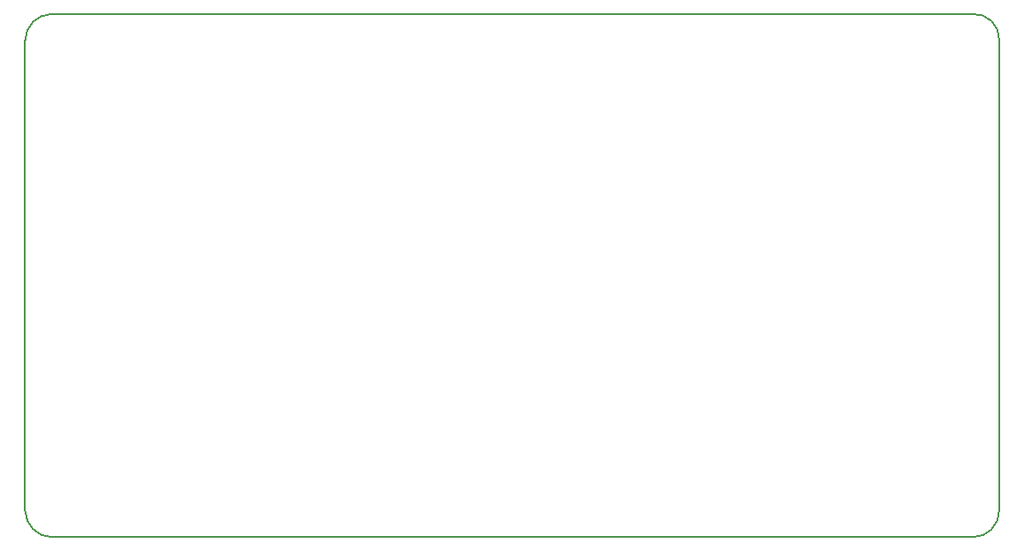
<source format=gbr>
G04 DipTrace 3.3.1.3*
G04 BoardOutline.gbr*
%MOIN*%
G04 #@! TF.FileFunction,Profile*
G04 #@! TF.Part,Single*
%ADD11C,0.005512*%
%FSLAX26Y26*%
G04*
G70*
G90*
G75*
G01*
G04 BoardOutline*
%LPD*%
X393701Y2268702D2*
D11*
G02X493701Y2368702I101645J-1645D01*
G01*
X3968701D1*
G02X4068701Y2268702I5615J-94385D01*
G01*
Y493702D1*
G02X3968701Y393702I-99552J-448D01*
G01*
X493701D1*
G02X393701Y493702I3155J103155D01*
G01*
Y2268702D1*
M02*

</source>
